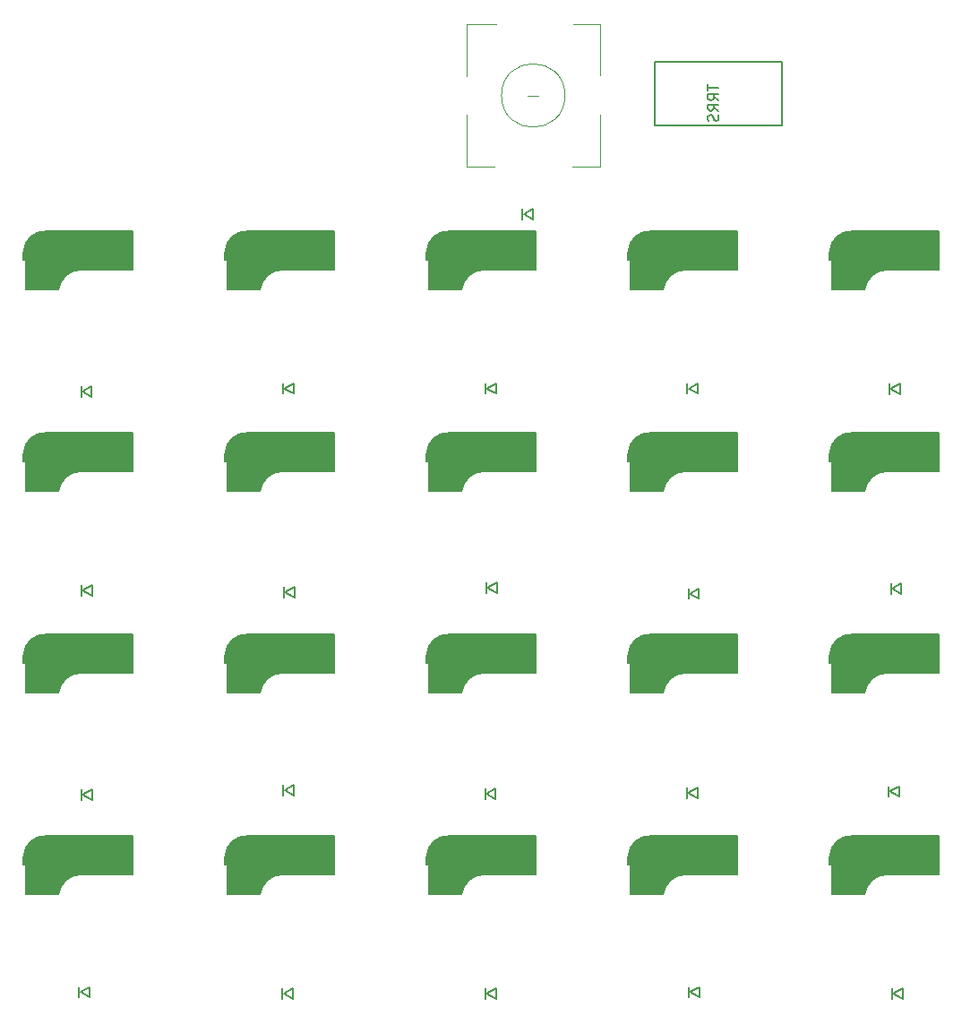
<source format=gbr>
%TF.GenerationSoftware,KiCad,Pcbnew,7.0.8*%
%TF.CreationDate,2023-10-28T15:05:56+09:00*%
%TF.ProjectId,jisaku20rp_right_re,6a697361-6b75-4323-9072-705f72696768,rev?*%
%TF.SameCoordinates,Original*%
%TF.FileFunction,Legend,Bot*%
%TF.FilePolarity,Positive*%
%FSLAX46Y46*%
G04 Gerber Fmt 4.6, Leading zero omitted, Abs format (unit mm)*
G04 Created by KiCad (PCBNEW 7.0.8) date 2023-10-28 15:05:56*
%MOMM*%
%LPD*%
G01*
G04 APERTURE LIST*
%ADD10C,0.150000*%
%ADD11C,0.120000*%
%ADD12C,0.300000*%
%ADD13C,0.500000*%
%ADD14C,0.800000*%
%ADD15C,3.000000*%
%ADD16C,3.500000*%
%ADD17C,1.000000*%
%ADD18C,0.400000*%
G04 APERTURE END LIST*
D10*
X58781319Y20477404D02*
X58781319Y19905976D01*
X59781319Y20191690D02*
X58781319Y20191690D01*
X59781319Y19001214D02*
X59305128Y19334547D01*
X59781319Y19572642D02*
X58781319Y19572642D01*
X58781319Y19572642D02*
X58781319Y19191690D01*
X58781319Y19191690D02*
X58828938Y19096452D01*
X58828938Y19096452D02*
X58876557Y19048833D01*
X58876557Y19048833D02*
X58971795Y19001214D01*
X58971795Y19001214D02*
X59114652Y19001214D01*
X59114652Y19001214D02*
X59209890Y19048833D01*
X59209890Y19048833D02*
X59257509Y19096452D01*
X59257509Y19096452D02*
X59305128Y19191690D01*
X59305128Y19191690D02*
X59305128Y19572642D01*
X59781319Y18001214D02*
X59305128Y18334547D01*
X59781319Y18572642D02*
X58781319Y18572642D01*
X58781319Y18572642D02*
X58781319Y18191690D01*
X58781319Y18191690D02*
X58828938Y18096452D01*
X58828938Y18096452D02*
X58876557Y18048833D01*
X58876557Y18048833D02*
X58971795Y18001214D01*
X58971795Y18001214D02*
X59114652Y18001214D01*
X59114652Y18001214D02*
X59209890Y18048833D01*
X59209890Y18048833D02*
X59257509Y18096452D01*
X59257509Y18096452D02*
X59305128Y18191690D01*
X59305128Y18191690D02*
X59305128Y18572642D01*
X59733700Y17620261D02*
X59781319Y17477404D01*
X59781319Y17477404D02*
X59781319Y17239309D01*
X59781319Y17239309D02*
X59733700Y17144071D01*
X59733700Y17144071D02*
X59686080Y17096452D01*
X59686080Y17096452D02*
X59590842Y17048833D01*
X59590842Y17048833D02*
X59495604Y17048833D01*
X59495604Y17048833D02*
X59400366Y17096452D01*
X59400366Y17096452D02*
X59352747Y17144071D01*
X59352747Y17144071D02*
X59305128Y17239309D01*
X59305128Y17239309D02*
X59257509Y17429785D01*
X59257509Y17429785D02*
X59209890Y17525023D01*
X59209890Y17525023D02*
X59162271Y17572642D01*
X59162271Y17572642D02*
X59067033Y17620261D01*
X59067033Y17620261D02*
X58971795Y17620261D01*
X58971795Y17620261D02*
X58876557Y17572642D01*
X58876557Y17572642D02*
X58828938Y17525023D01*
X58828938Y17525023D02*
X58781319Y17429785D01*
X58781319Y17429785D02*
X58781319Y17191690D01*
X58781319Y17191690D02*
X58828938Y17048833D01*
D11*
%TO.C,SW21*%
X48560000Y26140000D02*
X46060000Y26140000D01*
X35960000Y26140000D02*
X38760000Y26140000D01*
X48560000Y21340000D02*
X48560000Y26140000D01*
X35960000Y21240000D02*
X35960000Y26140000D01*
X42760000Y19440000D02*
X41760000Y19440000D01*
X48560000Y17640000D02*
X48560000Y12740000D01*
X48560000Y12740000D02*
X45960000Y12740000D01*
X38560000Y12740000D02*
X35960000Y12740000D01*
X35960000Y12740000D02*
X35960000Y17640000D01*
X45260000Y19440000D02*
G75*
G03*
X45260000Y19440000I-3000000J0D01*
G01*
D10*
%TO.C,J1*%
X65740000Y22640000D02*
X65740000Y16640000D01*
X53740000Y22640000D02*
X65740000Y22640000D01*
X65740000Y16640000D02*
X53740000Y16640000D01*
X53740000Y16640000D02*
X53740000Y22640000D01*
%TO.C,SW15*%
X70300000Y-33400000D02*
X70300000Y-34150000D01*
X70300000Y-34150000D02*
X70500000Y-34150000D01*
D12*
X70400000Y-34050000D02*
X70400000Y-33400000D01*
D10*
X70550000Y-32550000D02*
X70550000Y-37000000D01*
X70550000Y-37000000D02*
X73580000Y-37000000D01*
D13*
X70750000Y-36800000D02*
X73200000Y-36800000D01*
D14*
X70900000Y-36500000D02*
X70900000Y-34700001D01*
D15*
X72030000Y-33000000D02*
X72030000Y-35240000D01*
D10*
X75800000Y-35100000D02*
X80600000Y-35100000D01*
D16*
X78800000Y-33300000D02*
X72100000Y-33300000D01*
D17*
X80100000Y-32100000D02*
X80100000Y-34600000D01*
D13*
X80400000Y-34850000D02*
X79100000Y-34800000D01*
D18*
X80450000Y-31700000D02*
X79200000Y-31700000D01*
D10*
X80580000Y-34100000D02*
X80580000Y-31850000D01*
X80600000Y-31500000D02*
X72399999Y-31500000D01*
X80600000Y-35100000D02*
X80600000Y-31500000D01*
X72399999Y-31499999D02*
G75*
G03*
X70300000Y-33400001I-100000J-1999999D01*
G01*
D17*
X75400000Y-34700000D02*
G75*
G03*
X73183682Y-36578529I-65001J-2169999D01*
G01*
D10*
X75800000Y-35100000D02*
G75*
G03*
X73583682Y-36978529I-65001J-2169999D01*
G01*
%TO.C,SW1*%
X-5900000Y4700000D02*
X-5900000Y3950000D01*
X-5900000Y3950000D02*
X-5700000Y3950000D01*
D12*
X-5800000Y4050000D02*
X-5800000Y4700000D01*
D10*
X-5650000Y5550000D02*
X-5650000Y1100000D01*
X-5650000Y1100000D02*
X-2620000Y1100000D01*
D13*
X-5450000Y1300000D02*
X-3000000Y1300000D01*
D14*
X-5300000Y1600000D02*
X-5300000Y3399999D01*
D15*
X-4170000Y5100000D02*
X-4170000Y2860000D01*
D10*
X-400000Y3000000D02*
X4400000Y3000000D01*
D16*
X2600000Y4800000D02*
X-4100000Y4800000D01*
D17*
X3900000Y6000000D02*
X3900000Y3500000D01*
D13*
X4200000Y3250000D02*
X2900000Y3300000D01*
D18*
X4250000Y6400000D02*
X3000000Y6400000D01*
D10*
X4380000Y4000000D02*
X4380000Y6250000D01*
X4400000Y6600000D02*
X-3800001Y6600000D01*
X4400000Y3000000D02*
X4400000Y6600000D01*
X-3800001Y6600001D02*
G75*
G03*
X-5900000Y4699999I-100000J-1999999D01*
G01*
D17*
X-800000Y3400000D02*
G75*
G03*
X-3016318Y1521471I-65001J-2169999D01*
G01*
D10*
X-400000Y3000000D02*
G75*
G03*
X-2616318Y1121471I-65001J-2169999D01*
G01*
%TO.C,SW14*%
X51250000Y-33400000D02*
X51250000Y-34150000D01*
X51250000Y-34150000D02*
X51450000Y-34150000D01*
D12*
X51350000Y-34050000D02*
X51350000Y-33400000D01*
D10*
X51500000Y-32550000D02*
X51500000Y-37000000D01*
X51500000Y-37000000D02*
X54530000Y-37000000D01*
D13*
X51700000Y-36800000D02*
X54150000Y-36800000D01*
D14*
X51850000Y-36500000D02*
X51850000Y-34700001D01*
D15*
X52980000Y-33000000D02*
X52980000Y-35240000D01*
D10*
X56750000Y-35100000D02*
X61550000Y-35100000D01*
D16*
X59750000Y-33300000D02*
X53050000Y-33300000D01*
D17*
X61050000Y-32100000D02*
X61050000Y-34600000D01*
D13*
X61350000Y-34850000D02*
X60050000Y-34800000D01*
D18*
X61400000Y-31700000D02*
X60150000Y-31700000D01*
D10*
X61530000Y-34100000D02*
X61530000Y-31850000D01*
X61550000Y-31500000D02*
X53349999Y-31500000D01*
X61550000Y-35100000D02*
X61550000Y-31500000D01*
X53349999Y-31499999D02*
G75*
G03*
X51250000Y-33400001I-100000J-1999999D01*
G01*
D17*
X56350000Y-34700000D02*
G75*
G03*
X54133682Y-36578529I-65001J-2169999D01*
G01*
D10*
X56750000Y-35100000D02*
G75*
G03*
X54533682Y-36978529I-65001J-2169999D01*
G01*
%TO.C,SW2*%
X13150000Y4700000D02*
X13150000Y3950000D01*
X13150000Y3950000D02*
X13350000Y3950000D01*
D12*
X13250000Y4050000D02*
X13250000Y4700000D01*
D10*
X13400000Y5550000D02*
X13400000Y1100000D01*
X13400000Y1100000D02*
X16430000Y1100000D01*
D13*
X13600000Y1300000D02*
X16050000Y1300000D01*
D14*
X13750000Y1600000D02*
X13750000Y3399999D01*
D15*
X14880000Y5100000D02*
X14880000Y2860000D01*
D10*
X18650000Y3000000D02*
X23450000Y3000000D01*
D16*
X21650000Y4800000D02*
X14950000Y4800000D01*
D17*
X22950000Y6000000D02*
X22950000Y3500000D01*
D13*
X23250000Y3250000D02*
X21950000Y3300000D01*
D18*
X23300000Y6400000D02*
X22050000Y6400000D01*
D10*
X23430000Y4000000D02*
X23430000Y6250000D01*
X23450000Y6600000D02*
X15249999Y6600000D01*
X23450000Y3000000D02*
X23450000Y6600000D01*
X15249999Y6600001D02*
G75*
G03*
X13150000Y4699999I-100000J-1999999D01*
G01*
D17*
X18250000Y3400000D02*
G75*
G03*
X16033682Y1521471I-65001J-2169999D01*
G01*
D10*
X18650000Y3000000D02*
G75*
G03*
X16433682Y1121471I-65001J-2169999D01*
G01*
%TO.C,SW17*%
X13150000Y-52450000D02*
X13150000Y-53200000D01*
X13150000Y-53200000D02*
X13350000Y-53200000D01*
D12*
X13250000Y-53100000D02*
X13250000Y-52450000D01*
D10*
X13400000Y-51600000D02*
X13400000Y-56050000D01*
X13400000Y-56050000D02*
X16430000Y-56050000D01*
D13*
X13600000Y-55850000D02*
X16050000Y-55850000D01*
D14*
X13750000Y-55550000D02*
X13750000Y-53750001D01*
D15*
X14880000Y-52050000D02*
X14880000Y-54290000D01*
D10*
X18650000Y-54150000D02*
X23450000Y-54150000D01*
D16*
X21650000Y-52350000D02*
X14950000Y-52350000D01*
D17*
X22950000Y-51150000D02*
X22950000Y-53650000D01*
D13*
X23250000Y-53900000D02*
X21950000Y-53850000D01*
D18*
X23300000Y-50750000D02*
X22050000Y-50750000D01*
D10*
X23430000Y-53150000D02*
X23430000Y-50900000D01*
X23450000Y-50550000D02*
X15249999Y-50550000D01*
X23450000Y-54150000D02*
X23450000Y-50550000D01*
X15249999Y-50549999D02*
G75*
G03*
X13150000Y-52450001I-100000J-1999999D01*
G01*
D17*
X18250000Y-53750000D02*
G75*
G03*
X16033682Y-55628529I-65001J-2169999D01*
G01*
D10*
X18650000Y-54150000D02*
G75*
G03*
X16433682Y-56028529I-65001J-2169999D01*
G01*
%TO.C,SW5*%
X70300000Y4700000D02*
X70300000Y3950000D01*
X70300000Y3950000D02*
X70500000Y3950000D01*
D12*
X70400000Y4050000D02*
X70400000Y4700000D01*
D10*
X70550000Y5550000D02*
X70550000Y1100000D01*
X70550000Y1100000D02*
X73580000Y1100000D01*
D13*
X70750000Y1300000D02*
X73200000Y1300000D01*
D14*
X70900000Y1600000D02*
X70900000Y3399999D01*
D15*
X72030000Y5100000D02*
X72030000Y2860000D01*
D10*
X75800000Y3000000D02*
X80600000Y3000000D01*
D16*
X78800000Y4800000D02*
X72100000Y4800000D01*
D17*
X80100000Y6000000D02*
X80100000Y3500000D01*
D13*
X80400000Y3250000D02*
X79100000Y3300000D01*
D18*
X80450000Y6400000D02*
X79200000Y6400000D01*
D10*
X80580000Y4000000D02*
X80580000Y6250000D01*
X80600000Y6600000D02*
X72399999Y6600000D01*
X80600000Y3000000D02*
X80600000Y6600000D01*
X72399999Y6600001D02*
G75*
G03*
X70300000Y4699999I-100000J-1999999D01*
G01*
D17*
X75400000Y3400000D02*
G75*
G03*
X73183682Y1521471I-65001J-2169999D01*
G01*
D10*
X75800000Y3000000D02*
G75*
G03*
X73583682Y1121471I-65001J-2169999D01*
G01*
%TO.C,SW7*%
X13150000Y-14350000D02*
X13150000Y-15100000D01*
X13150000Y-15100000D02*
X13350000Y-15100000D01*
D12*
X13250000Y-15000000D02*
X13250000Y-14350000D01*
D10*
X13400000Y-13500000D02*
X13400000Y-17950000D01*
X13400000Y-17950000D02*
X16430000Y-17950000D01*
D13*
X13600000Y-17750000D02*
X16050000Y-17750000D01*
D14*
X13750000Y-17450000D02*
X13750000Y-15650001D01*
D15*
X14880000Y-13950000D02*
X14880000Y-16190000D01*
D10*
X18650000Y-16050000D02*
X23450000Y-16050000D01*
D16*
X21650000Y-14250000D02*
X14950000Y-14250000D01*
D17*
X22950000Y-13050000D02*
X22950000Y-15550000D01*
D13*
X23250000Y-15800000D02*
X21950000Y-15750000D01*
D18*
X23300000Y-12650000D02*
X22050000Y-12650000D01*
D10*
X23430000Y-15050000D02*
X23430000Y-12800000D01*
X23450000Y-12450000D02*
X15249999Y-12450000D01*
X23450000Y-16050000D02*
X23450000Y-12450000D01*
X15249999Y-12449999D02*
G75*
G03*
X13150000Y-14350001I-100000J-1999999D01*
G01*
D17*
X18250000Y-15650000D02*
G75*
G03*
X16033682Y-17528529I-65001J-2169999D01*
G01*
D10*
X18650000Y-16050000D02*
G75*
G03*
X16433682Y-17928529I-65001J-2169999D01*
G01*
%TO.C,SW20*%
X70300000Y-52450000D02*
X70300000Y-53200000D01*
X70300000Y-53200000D02*
X70500000Y-53200000D01*
D12*
X70400000Y-53100000D02*
X70400000Y-52450000D01*
D10*
X70550000Y-51600000D02*
X70550000Y-56050000D01*
X70550000Y-56050000D02*
X73580000Y-56050000D01*
D13*
X70750000Y-55850000D02*
X73200000Y-55850000D01*
D14*
X70900000Y-55550000D02*
X70900000Y-53750001D01*
D15*
X72030000Y-52050000D02*
X72030000Y-54290000D01*
D10*
X75800000Y-54150000D02*
X80600000Y-54150000D01*
D16*
X78800000Y-52350000D02*
X72100000Y-52350000D01*
D17*
X80100000Y-51150000D02*
X80100000Y-53650000D01*
D13*
X80400000Y-53900000D02*
X79100000Y-53850000D01*
D18*
X80450000Y-50750000D02*
X79200000Y-50750000D01*
D10*
X80580000Y-53150000D02*
X80580000Y-50900000D01*
X80600000Y-50550000D02*
X72399999Y-50550000D01*
X80600000Y-54150000D02*
X80600000Y-50550000D01*
X72399999Y-50549999D02*
G75*
G03*
X70300000Y-52450001I-100000J-1999999D01*
G01*
D17*
X75400000Y-53750000D02*
G75*
G03*
X73183682Y-55628529I-65001J-2169999D01*
G01*
D10*
X75800000Y-54150000D02*
G75*
G03*
X73583682Y-56028529I-65001J-2169999D01*
G01*
%TO.C,SW8*%
X32200000Y-14350000D02*
X32200000Y-15100000D01*
X32200000Y-15100000D02*
X32400000Y-15100000D01*
D12*
X32300000Y-15000000D02*
X32300000Y-14350000D01*
D10*
X32450000Y-13500000D02*
X32450000Y-17950000D01*
X32450000Y-17950000D02*
X35480000Y-17950000D01*
D13*
X32650000Y-17750000D02*
X35100000Y-17750000D01*
D14*
X32800000Y-17450000D02*
X32800000Y-15650001D01*
D15*
X33930000Y-13950000D02*
X33930000Y-16190000D01*
D10*
X37700000Y-16050000D02*
X42500000Y-16050000D01*
D16*
X40700000Y-14250000D02*
X34000000Y-14250000D01*
D17*
X42000000Y-13050000D02*
X42000000Y-15550000D01*
D13*
X42300000Y-15800000D02*
X41000000Y-15750000D01*
D18*
X42350000Y-12650000D02*
X41100000Y-12650000D01*
D10*
X42480000Y-15050000D02*
X42480000Y-12800000D01*
X42500000Y-12450000D02*
X34299999Y-12450000D01*
X42500000Y-16050000D02*
X42500000Y-12450000D01*
X34299999Y-12449999D02*
G75*
G03*
X32200000Y-14350001I-100000J-1999999D01*
G01*
D17*
X37300000Y-15650000D02*
G75*
G03*
X35083682Y-17528529I-65001J-2169999D01*
G01*
D10*
X37700000Y-16050000D02*
G75*
G03*
X35483682Y-17928529I-65001J-2169999D01*
G01*
%TO.C,SW10*%
X70300000Y-14350000D02*
X70300000Y-15100000D01*
X70300000Y-15100000D02*
X70500000Y-15100000D01*
D12*
X70400000Y-15000000D02*
X70400000Y-14350000D01*
D10*
X70550000Y-13500000D02*
X70550000Y-17950000D01*
X70550000Y-17950000D02*
X73580000Y-17950000D01*
D13*
X70750000Y-17750000D02*
X73200000Y-17750000D01*
D14*
X70900000Y-17450000D02*
X70900000Y-15650001D01*
D15*
X72030000Y-13950000D02*
X72030000Y-16190000D01*
D10*
X75800000Y-16050000D02*
X80600000Y-16050000D01*
D16*
X78800000Y-14250000D02*
X72100000Y-14250000D01*
D17*
X80100000Y-13050000D02*
X80100000Y-15550000D01*
D13*
X80400000Y-15800000D02*
X79100000Y-15750000D01*
D18*
X80450000Y-12650000D02*
X79200000Y-12650000D01*
D10*
X80580000Y-15050000D02*
X80580000Y-12800000D01*
X80600000Y-12450000D02*
X72399999Y-12450000D01*
X80600000Y-16050000D02*
X80600000Y-12450000D01*
X72399999Y-12449999D02*
G75*
G03*
X70300000Y-14350001I-100000J-1999999D01*
G01*
D17*
X75400000Y-15650000D02*
G75*
G03*
X73183682Y-17528529I-65001J-2169999D01*
G01*
D10*
X75800000Y-16050000D02*
G75*
G03*
X73583682Y-17928529I-65001J-2169999D01*
G01*
%TO.C,SW3*%
X32200000Y4700000D02*
X32200000Y3950000D01*
X32200000Y3950000D02*
X32400000Y3950000D01*
D12*
X32300000Y4050000D02*
X32300000Y4700000D01*
D10*
X32450000Y5550000D02*
X32450000Y1100000D01*
X32450000Y1100000D02*
X35480000Y1100000D01*
D13*
X32650000Y1300000D02*
X35100000Y1300000D01*
D14*
X32800000Y1600000D02*
X32800000Y3399999D01*
D15*
X33930000Y5100000D02*
X33930000Y2860000D01*
D10*
X37700000Y3000000D02*
X42500000Y3000000D01*
D16*
X40700000Y4800000D02*
X34000000Y4800000D01*
D17*
X42000000Y6000000D02*
X42000000Y3500000D01*
D13*
X42300000Y3250000D02*
X41000000Y3300000D01*
D18*
X42350000Y6400000D02*
X41100000Y6400000D01*
D10*
X42480000Y4000000D02*
X42480000Y6250000D01*
X42500000Y6600000D02*
X34299999Y6600000D01*
X42500000Y3000000D02*
X42500000Y6600000D01*
X34299999Y6600001D02*
G75*
G03*
X32200000Y4699999I-100000J-1999999D01*
G01*
D17*
X37300000Y3400000D02*
G75*
G03*
X35083682Y1521471I-65001J-2169999D01*
G01*
D10*
X37700000Y3000000D02*
G75*
G03*
X35483682Y1121471I-65001J-2169999D01*
G01*
%TO.C,SW16*%
X-5900000Y-52450000D02*
X-5900000Y-53200000D01*
X-5900000Y-53200000D02*
X-5700000Y-53200000D01*
D12*
X-5800000Y-53100000D02*
X-5800000Y-52450000D01*
D10*
X-5650000Y-51600000D02*
X-5650000Y-56050000D01*
X-5650000Y-56050000D02*
X-2620000Y-56050000D01*
D13*
X-5450000Y-55850000D02*
X-3000000Y-55850000D01*
D14*
X-5300000Y-55550000D02*
X-5300000Y-53750001D01*
D15*
X-4170000Y-52050000D02*
X-4170000Y-54290000D01*
D10*
X-400000Y-54150000D02*
X4400000Y-54150000D01*
D16*
X2600000Y-52350000D02*
X-4100000Y-52350000D01*
D17*
X3900000Y-51150000D02*
X3900000Y-53650000D01*
D13*
X4200000Y-53900000D02*
X2900000Y-53850000D01*
D18*
X4250000Y-50750000D02*
X3000000Y-50750000D01*
D10*
X4380000Y-53150000D02*
X4380000Y-50900000D01*
X4400000Y-50550000D02*
X-3800001Y-50550000D01*
X4400000Y-54150000D02*
X4400000Y-50550000D01*
X-3800001Y-50549999D02*
G75*
G03*
X-5900000Y-52450001I-100000J-1999999D01*
G01*
D17*
X-800000Y-53750000D02*
G75*
G03*
X-3016318Y-55628529I-65001J-2169999D01*
G01*
D10*
X-400000Y-54150000D02*
G75*
G03*
X-2616318Y-56028529I-65001J-2169999D01*
G01*
%TO.C,SW18*%
X32200000Y-52450000D02*
X32200000Y-53200000D01*
X32200000Y-53200000D02*
X32400000Y-53200000D01*
D12*
X32300000Y-53100000D02*
X32300000Y-52450000D01*
D10*
X32450000Y-51600000D02*
X32450000Y-56050000D01*
X32450000Y-56050000D02*
X35480000Y-56050000D01*
D13*
X32650000Y-55850000D02*
X35100000Y-55850000D01*
D14*
X32800000Y-55550000D02*
X32800000Y-53750001D01*
D15*
X33930000Y-52050000D02*
X33930000Y-54290000D01*
D10*
X37700000Y-54150000D02*
X42500000Y-54150000D01*
D16*
X40700000Y-52350000D02*
X34000000Y-52350000D01*
D17*
X42000000Y-51150000D02*
X42000000Y-53650000D01*
D13*
X42300000Y-53900000D02*
X41000000Y-53850000D01*
D18*
X42350000Y-50750000D02*
X41100000Y-50750000D01*
D10*
X42480000Y-53150000D02*
X42480000Y-50900000D01*
X42500000Y-50550000D02*
X34299999Y-50550000D01*
X42500000Y-54150000D02*
X42500000Y-50550000D01*
X34299999Y-50549999D02*
G75*
G03*
X32200000Y-52450001I-100000J-1999999D01*
G01*
D17*
X37300000Y-53750000D02*
G75*
G03*
X35083682Y-55628529I-65001J-2169999D01*
G01*
D10*
X37700000Y-54150000D02*
G75*
G03*
X35483682Y-56028529I-65001J-2169999D01*
G01*
%TO.C,SW12*%
X13150000Y-33400000D02*
X13150000Y-34150000D01*
X13150000Y-34150000D02*
X13350000Y-34150000D01*
D12*
X13250000Y-34050000D02*
X13250000Y-33400000D01*
D10*
X13400000Y-32550000D02*
X13400000Y-37000000D01*
X13400000Y-37000000D02*
X16430000Y-37000000D01*
D13*
X13600000Y-36800000D02*
X16050000Y-36800000D01*
D14*
X13750000Y-36500000D02*
X13750000Y-34700001D01*
D15*
X14880000Y-33000000D02*
X14880000Y-35240000D01*
D10*
X18650000Y-35100000D02*
X23450000Y-35100000D01*
D16*
X21650000Y-33300000D02*
X14950000Y-33300000D01*
D17*
X22950000Y-32100000D02*
X22950000Y-34600000D01*
D13*
X23250000Y-34850000D02*
X21950000Y-34800000D01*
D18*
X23300000Y-31700000D02*
X22050000Y-31700000D01*
D10*
X23430000Y-34100000D02*
X23430000Y-31850000D01*
X23450000Y-31500000D02*
X15249999Y-31500000D01*
X23450000Y-35100000D02*
X23450000Y-31500000D01*
X15249999Y-31499999D02*
G75*
G03*
X13150000Y-33400001I-100000J-1999999D01*
G01*
D17*
X18250000Y-34700000D02*
G75*
G03*
X16033682Y-36578529I-65001J-2169999D01*
G01*
D10*
X18650000Y-35100000D02*
G75*
G03*
X16433682Y-36978529I-65001J-2169999D01*
G01*
%TO.C,SW9*%
X51250000Y-14350000D02*
X51250000Y-15100000D01*
X51250000Y-15100000D02*
X51450000Y-15100000D01*
D12*
X51350000Y-15000000D02*
X51350000Y-14350000D01*
D10*
X51500000Y-13500000D02*
X51500000Y-17950000D01*
X51500000Y-17950000D02*
X54530000Y-17950000D01*
D13*
X51700000Y-17750000D02*
X54150000Y-17750000D01*
D14*
X51850000Y-17450000D02*
X51850000Y-15650001D01*
D15*
X52980000Y-13950000D02*
X52980000Y-16190000D01*
D10*
X56750000Y-16050000D02*
X61550000Y-16050000D01*
D16*
X59750000Y-14250000D02*
X53050000Y-14250000D01*
D17*
X61050000Y-13050000D02*
X61050000Y-15550000D01*
D13*
X61350000Y-15800000D02*
X60050000Y-15750000D01*
D18*
X61400000Y-12650000D02*
X60150000Y-12650000D01*
D10*
X61530000Y-15050000D02*
X61530000Y-12800000D01*
X61550000Y-12450000D02*
X53349999Y-12450000D01*
X61550000Y-16050000D02*
X61550000Y-12450000D01*
X53349999Y-12449999D02*
G75*
G03*
X51250000Y-14350001I-100000J-1999999D01*
G01*
D17*
X56350000Y-15650000D02*
G75*
G03*
X54133682Y-17528529I-65001J-2169999D01*
G01*
D10*
X56750000Y-16050000D02*
G75*
G03*
X54533682Y-17928529I-65001J-2169999D01*
G01*
%TO.C,SW11*%
X-5900000Y-33400000D02*
X-5900000Y-34150000D01*
X-5900000Y-34150000D02*
X-5700000Y-34150000D01*
D12*
X-5800000Y-34050000D02*
X-5800000Y-33400000D01*
D10*
X-5650000Y-32550000D02*
X-5650000Y-37000000D01*
X-5650000Y-37000000D02*
X-2620000Y-37000000D01*
D13*
X-5450000Y-36800000D02*
X-3000000Y-36800000D01*
D14*
X-5300000Y-36500000D02*
X-5300000Y-34700001D01*
D15*
X-4170000Y-33000000D02*
X-4170000Y-35240000D01*
D10*
X-400000Y-35100000D02*
X4400000Y-35100000D01*
D16*
X2600000Y-33300000D02*
X-4100000Y-33300000D01*
D17*
X3900000Y-32100000D02*
X3900000Y-34600000D01*
D13*
X4200000Y-34850000D02*
X2900000Y-34800000D01*
D18*
X4250000Y-31700000D02*
X3000000Y-31700000D01*
D10*
X4380000Y-34100000D02*
X4380000Y-31850000D01*
X4400000Y-31500000D02*
X-3800001Y-31500000D01*
X4400000Y-35100000D02*
X4400000Y-31500000D01*
X-3800001Y-31499999D02*
G75*
G03*
X-5900000Y-33400001I-100000J-1999999D01*
G01*
D17*
X-800000Y-34700000D02*
G75*
G03*
X-3016318Y-36578529I-65001J-2169999D01*
G01*
D10*
X-400000Y-35100000D02*
G75*
G03*
X-2616318Y-36978529I-65001J-2169999D01*
G01*
%TO.C,SW6*%
X-5900000Y-14350000D02*
X-5900000Y-15100000D01*
X-5900000Y-15100000D02*
X-5700000Y-15100000D01*
D12*
X-5800000Y-15000000D02*
X-5800000Y-14350000D01*
D10*
X-5650000Y-13500000D02*
X-5650000Y-17950000D01*
X-5650000Y-17950000D02*
X-2620000Y-17950000D01*
D13*
X-5450000Y-17750000D02*
X-3000000Y-17750000D01*
D14*
X-5300000Y-17450000D02*
X-5300000Y-15650001D01*
D15*
X-4170000Y-13950000D02*
X-4170000Y-16190000D01*
D10*
X-400000Y-16050000D02*
X4400000Y-16050000D01*
D16*
X2600000Y-14250000D02*
X-4100000Y-14250000D01*
D17*
X3900000Y-13050000D02*
X3900000Y-15550000D01*
D13*
X4200000Y-15800000D02*
X2900000Y-15750000D01*
D18*
X4250000Y-12650000D02*
X3000000Y-12650000D01*
D10*
X4380000Y-15050000D02*
X4380000Y-12800000D01*
X4400000Y-12450000D02*
X-3800001Y-12450000D01*
X4400000Y-16050000D02*
X4400000Y-12450000D01*
X-3800001Y-12449999D02*
G75*
G03*
X-5900000Y-14350001I-100000J-1999999D01*
G01*
D17*
X-800000Y-15650000D02*
G75*
G03*
X-3016318Y-17528529I-65001J-2169999D01*
G01*
D10*
X-400000Y-16050000D02*
G75*
G03*
X-2616318Y-17928529I-65001J-2169999D01*
G01*
%TO.C,SW4*%
X51250000Y4700000D02*
X51250000Y3950000D01*
X51250000Y3950000D02*
X51450000Y3950000D01*
D12*
X51350000Y4050000D02*
X51350000Y4700000D01*
D10*
X51500000Y5550000D02*
X51500000Y1100000D01*
X51500000Y1100000D02*
X54530000Y1100000D01*
D13*
X51700000Y1300000D02*
X54150000Y1300000D01*
D14*
X51850000Y1600000D02*
X51850000Y3399999D01*
D15*
X52980000Y5100000D02*
X52980000Y2860000D01*
D10*
X56750000Y3000000D02*
X61550000Y3000000D01*
D16*
X59750000Y4800000D02*
X53050000Y4800000D01*
D17*
X61050000Y6000000D02*
X61050000Y3500000D01*
D13*
X61350000Y3250000D02*
X60050000Y3300000D01*
D18*
X61400000Y6400000D02*
X60150000Y6400000D01*
D10*
X61530000Y4000000D02*
X61530000Y6250000D01*
X61550000Y6600000D02*
X53349999Y6600000D01*
X61550000Y3000000D02*
X61550000Y6600000D01*
X53349999Y6600001D02*
G75*
G03*
X51250000Y4699999I-100000J-1999999D01*
G01*
D17*
X56350000Y3400000D02*
G75*
G03*
X54133682Y1521471I-65001J-2169999D01*
G01*
D10*
X56750000Y3000000D02*
G75*
G03*
X54533682Y1121471I-65001J-2169999D01*
G01*
%TO.C,SW13*%
X32200000Y-33400000D02*
X32200000Y-34150000D01*
X32200000Y-34150000D02*
X32400000Y-34150000D01*
D12*
X32300000Y-34050000D02*
X32300000Y-33400000D01*
D10*
X32450000Y-32550000D02*
X32450000Y-37000000D01*
X32450000Y-37000000D02*
X35480000Y-37000000D01*
D13*
X32650000Y-36800000D02*
X35100000Y-36800000D01*
D14*
X32800000Y-36500000D02*
X32800000Y-34700001D01*
D15*
X33930000Y-33000000D02*
X33930000Y-35240000D01*
D10*
X37700000Y-35100000D02*
X42500000Y-35100000D01*
D16*
X40700000Y-33300000D02*
X34000000Y-33300000D01*
D17*
X42000000Y-32100000D02*
X42000000Y-34600000D01*
D13*
X42300000Y-34850000D02*
X41000000Y-34800000D01*
D18*
X42350000Y-31700000D02*
X41100000Y-31700000D01*
D10*
X42480000Y-34100000D02*
X42480000Y-31850000D01*
X42500000Y-31500000D02*
X34299999Y-31500000D01*
X42500000Y-35100000D02*
X42500000Y-31500000D01*
X34299999Y-31499999D02*
G75*
G03*
X32200000Y-33400001I-100000J-1999999D01*
G01*
D17*
X37300000Y-34700000D02*
G75*
G03*
X35083682Y-36578529I-65001J-2169999D01*
G01*
D10*
X37700000Y-35100000D02*
G75*
G03*
X35483682Y-36978529I-65001J-2169999D01*
G01*
%TO.C,SW19*%
X51250000Y-52450000D02*
X51250000Y-53200000D01*
X51250000Y-53200000D02*
X51450000Y-53200000D01*
D12*
X51350000Y-53100000D02*
X51350000Y-52450000D01*
D10*
X51500000Y-51600000D02*
X51500000Y-56050000D01*
X51500000Y-56050000D02*
X54530000Y-56050000D01*
D13*
X51700000Y-55850000D02*
X54150000Y-55850000D01*
D14*
X51850000Y-55550000D02*
X51850000Y-53750001D01*
D15*
X52980000Y-52050000D02*
X52980000Y-54290000D01*
D10*
X56750000Y-54150000D02*
X61550000Y-54150000D01*
D16*
X59750000Y-52350000D02*
X53050000Y-52350000D01*
D17*
X61050000Y-51150000D02*
X61050000Y-53650000D01*
D13*
X61350000Y-53900000D02*
X60050000Y-53850000D01*
D18*
X61400000Y-50750000D02*
X60150000Y-50750000D01*
D10*
X61530000Y-53150000D02*
X61530000Y-50900000D01*
X61550000Y-50550000D02*
X53349999Y-50550000D01*
X61550000Y-54150000D02*
X61550000Y-50550000D01*
X53349999Y-50549999D02*
G75*
G03*
X51250000Y-52450001I-100000J-1999999D01*
G01*
D17*
X56350000Y-53750000D02*
G75*
G03*
X54133682Y-55628529I-65001J-2169999D01*
G01*
D10*
X56750000Y-54150000D02*
G75*
G03*
X54533682Y-56028529I-65001J-2169999D01*
G01*
%TO.C,D15*%
X75860000Y-46832500D02*
X75860000Y-45832500D01*
X75960000Y-46332500D02*
X76860000Y-46832500D01*
X76860000Y-45832500D02*
X75960000Y-46332500D01*
X76860000Y-46832500D02*
X76860000Y-45832500D01*
%TO.C,D11*%
X-430000Y-47140000D02*
X-430000Y-46140000D01*
X-330000Y-46640000D02*
X570000Y-47140000D01*
X570000Y-46140000D02*
X-330000Y-46640000D01*
X570000Y-47140000D02*
X570000Y-46140000D01*
%TO.C,D4*%
X56830000Y-8740000D02*
X56830000Y-7740000D01*
X56930000Y-8240000D02*
X57830000Y-8740000D01*
X57830000Y-7740000D02*
X56930000Y-8240000D01*
X57830000Y-8740000D02*
X57830000Y-7740000D01*
%TO.C,D6*%
X-450000Y-27840000D02*
X-450000Y-26840000D01*
X-350000Y-27340000D02*
X550000Y-27840000D01*
X550000Y-26840000D02*
X-350000Y-27340000D01*
X550000Y-27840000D02*
X550000Y-26840000D01*
%TO.C,D9*%
X56940000Y-28130000D02*
X56940000Y-27130000D01*
X57040000Y-27630000D02*
X57940000Y-28130000D01*
X57940000Y-27130000D02*
X57040000Y-27630000D01*
X57940000Y-28130000D02*
X57940000Y-27130000D01*
%TO.C,D8*%
X37810000Y-27550000D02*
X37810000Y-26550000D01*
X37910000Y-27050000D02*
X38810000Y-27550000D01*
X38810000Y-26550000D02*
X37910000Y-27050000D01*
X38810000Y-27550000D02*
X38810000Y-26550000D01*
%TO.C,D20*%
X76195000Y-65930000D02*
X76195000Y-64930000D01*
X76295000Y-65430000D02*
X77195000Y-65930000D01*
X77195000Y-64930000D02*
X76295000Y-65430000D01*
X77195000Y-65930000D02*
X77195000Y-64930000D01*
%TO.C,D17*%
X18561250Y-65930000D02*
X18561250Y-64930000D01*
X18661250Y-65430000D02*
X19561250Y-65930000D01*
X19561250Y-64930000D02*
X18661250Y-65430000D01*
X19561250Y-65930000D02*
X19561250Y-64930000D01*
%TO.C,D12*%
X18642500Y-46730000D02*
X18642500Y-45730000D01*
X18742500Y-46230000D02*
X19642500Y-46730000D01*
X19642500Y-45730000D02*
X18742500Y-46230000D01*
X19642500Y-46730000D02*
X19642500Y-45730000D01*
%TO.C,D10*%
X76070000Y-27695000D02*
X76070000Y-26695000D01*
X76170000Y-27195000D02*
X77070000Y-27695000D01*
X77070000Y-26695000D02*
X76170000Y-27195000D01*
X77070000Y-27695000D02*
X77070000Y-26695000D01*
%TO.C,D5*%
X75930000Y-8800000D02*
X75930000Y-7800000D01*
X76030000Y-8300000D02*
X76930000Y-8800000D01*
X76930000Y-7800000D02*
X76030000Y-8300000D01*
X76930000Y-8800000D02*
X76930000Y-7800000D01*
%TO.C,D13*%
X37715000Y-47037500D02*
X37715000Y-46037500D01*
X37815000Y-46537500D02*
X38715000Y-47037500D01*
X38715000Y-46037500D02*
X37815000Y-46537500D01*
X38715000Y-47037500D02*
X38715000Y-46037500D01*
%TO.C,D1*%
X-470000Y-9010000D02*
X-470000Y-8010000D01*
X-370000Y-8510000D02*
X530000Y-9010000D01*
X530000Y-8010000D02*
X-370000Y-8510000D01*
X530000Y-9010000D02*
X530000Y-8010000D01*
%TO.C,D14*%
X56787500Y-46935000D02*
X56787500Y-45935000D01*
X56887500Y-46435000D02*
X57787500Y-46935000D01*
X57787500Y-45935000D02*
X56887500Y-46435000D01*
X57787500Y-46935000D02*
X57787500Y-45935000D01*
%TO.C,D7*%
X18680000Y-27985000D02*
X18680000Y-26985000D01*
X18780000Y-27485000D02*
X19680000Y-27985000D01*
X19680000Y-26985000D02*
X18780000Y-27485000D01*
X19680000Y-27985000D02*
X19680000Y-26985000D01*
%TO.C,D3*%
X37730000Y-8740000D02*
X37730000Y-7740000D01*
X37830000Y-8240000D02*
X38730000Y-8740000D01*
X38730000Y-7740000D02*
X37830000Y-8240000D01*
X38730000Y-8740000D02*
X38730000Y-7740000D01*
%TO.C,D19*%
X56983750Y-65800000D02*
X56983750Y-64800000D01*
X57083750Y-65300000D02*
X57983750Y-65800000D01*
X57983750Y-64800000D02*
X57083750Y-65300000D01*
X57983750Y-65800000D02*
X57983750Y-64800000D01*
%TO.C,D18*%
X37772500Y-65930000D02*
X37772500Y-64930000D01*
X37872500Y-65430000D02*
X38772500Y-65930000D01*
X38772500Y-64930000D02*
X37872500Y-65430000D01*
X38772500Y-65930000D02*
X38772500Y-64930000D01*
%TO.C,D16*%
X-650000Y-65800000D02*
X-650000Y-64800000D01*
X-550000Y-65300000D02*
X350000Y-65800000D01*
X350000Y-64800000D02*
X-550000Y-65300000D01*
X350000Y-65800000D02*
X350000Y-64800000D01*
%TO.C,D21*%
X41260000Y7740000D02*
X41260000Y8740000D01*
X41360000Y8240000D02*
X42260000Y7740000D01*
X42260000Y8740000D02*
X41360000Y8240000D01*
X42260000Y7740000D02*
X42260000Y8740000D01*
%TO.C,D2*%
X18630000Y-8740000D02*
X18630000Y-7740000D01*
X18730000Y-8240000D02*
X19630000Y-8740000D01*
X19630000Y-7740000D02*
X18730000Y-8240000D01*
X19630000Y-8740000D02*
X19630000Y-7740000D01*
%TD*%
M02*

</source>
